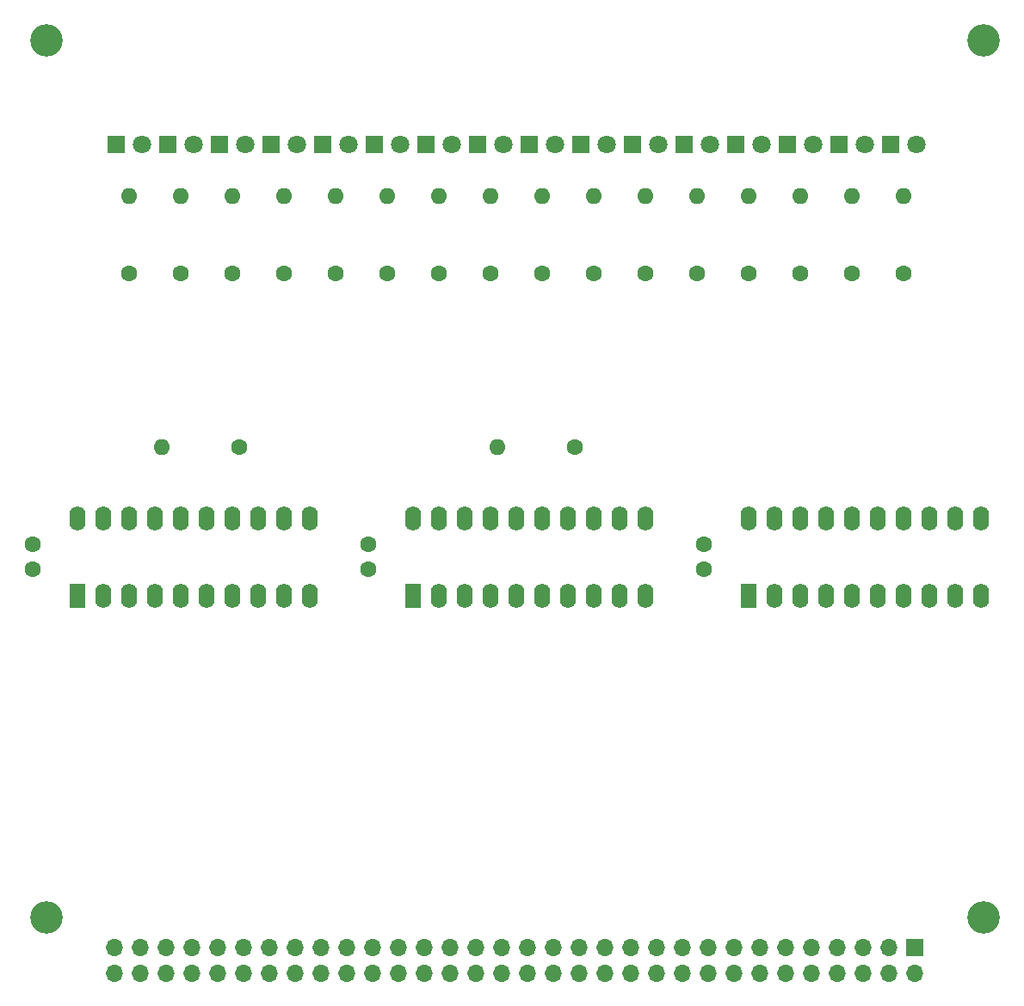
<source format=gbr>
%TF.GenerationSoftware,KiCad,Pcbnew,(6.0.9)*%
%TF.CreationDate,2022-11-21T20:51:02-08:00*%
%TF.ProjectId,StatusBoard,53746174-7573-4426-9f61-72642e6b6963,rev?*%
%TF.SameCoordinates,Original*%
%TF.FileFunction,Soldermask,Bot*%
%TF.FilePolarity,Negative*%
%FSLAX46Y46*%
G04 Gerber Fmt 4.6, Leading zero omitted, Abs format (unit mm)*
G04 Created by KiCad (PCBNEW (6.0.9)) date 2022-11-21 20:51:02*
%MOMM*%
%LPD*%
G01*
G04 APERTURE LIST*
%ADD10R,1.600000X2.400000*%
%ADD11O,1.600000X2.400000*%
%ADD12C,1.600000*%
%ADD13O,1.600000X1.600000*%
%ADD14O,1.700000X1.700000*%
%ADD15R,1.700000X1.700000*%
%ADD16R,1.800000X1.800000*%
%ADD17C,1.800000*%
%ADD18C,3.200000*%
G04 APERTURE END LIST*
D10*
%TO.C,U3*%
X104145000Y-104765000D03*
D11*
X106685000Y-104765000D03*
X109225000Y-104765000D03*
X111765000Y-104765000D03*
X114305000Y-104765000D03*
X116845000Y-104765000D03*
X119385000Y-104765000D03*
X121925000Y-104765000D03*
X124465000Y-104765000D03*
X127005000Y-104765000D03*
X127005000Y-97145000D03*
X124465000Y-97145000D03*
X121925000Y-97145000D03*
X119385000Y-97145000D03*
X116845000Y-97145000D03*
X114305000Y-97145000D03*
X111765000Y-97145000D03*
X109225000Y-97145000D03*
X106685000Y-97145000D03*
X104145000Y-97145000D03*
%TD*%
D10*
%TO.C,U2*%
X137165000Y-104765000D03*
D11*
X139705000Y-104765000D03*
X142245000Y-104765000D03*
X144785000Y-104765000D03*
X147325000Y-104765000D03*
X149865000Y-104765000D03*
X152405000Y-104765000D03*
X154945000Y-104765000D03*
X157485000Y-104765000D03*
X160025000Y-104765000D03*
X160025000Y-97145000D03*
X157485000Y-97145000D03*
X154945000Y-97145000D03*
X152405000Y-97145000D03*
X149865000Y-97145000D03*
X147325000Y-97145000D03*
X144785000Y-97145000D03*
X142245000Y-97145000D03*
X139705000Y-97145000D03*
X137165000Y-97145000D03*
%TD*%
%TO.C,U1*%
X170185000Y-97145000D03*
X172725000Y-97145000D03*
X175265000Y-97145000D03*
X177805000Y-97145000D03*
X180345000Y-97145000D03*
X182885000Y-97145000D03*
X185425000Y-97145000D03*
X187965000Y-97145000D03*
X190505000Y-97145000D03*
X193045000Y-97145000D03*
X193045000Y-104765000D03*
X190505000Y-104765000D03*
X187965000Y-104765000D03*
X185425000Y-104765000D03*
X182885000Y-104765000D03*
X180345000Y-104765000D03*
X177805000Y-104765000D03*
X175265000Y-104765000D03*
X172725000Y-104765000D03*
D10*
X170185000Y-104765000D03*
%TD*%
D12*
%TO.C,R20*%
X109215000Y-73025000D03*
D13*
X109215000Y-65405000D03*
%TD*%
D12*
%TO.C,R19*%
X114295000Y-73025000D03*
D13*
X114295000Y-65405000D03*
%TD*%
D12*
%TO.C,R18*%
X119375000Y-73025000D03*
D13*
X119375000Y-65405000D03*
%TD*%
D12*
%TO.C,R17*%
X124455000Y-73025000D03*
D13*
X124455000Y-65405000D03*
%TD*%
D12*
%TO.C,R16*%
X129535000Y-73025000D03*
D13*
X129535000Y-65405000D03*
%TD*%
D12*
%TO.C,R15*%
X134615000Y-73025000D03*
D13*
X134615000Y-65405000D03*
%TD*%
D12*
%TO.C,R14*%
X139695000Y-73025000D03*
D13*
X139695000Y-65405000D03*
%TD*%
D12*
%TO.C,R13*%
X144775000Y-73025000D03*
D13*
X144775000Y-65405000D03*
%TD*%
D12*
%TO.C,R12*%
X149855000Y-73025000D03*
D13*
X149855000Y-65405000D03*
%TD*%
D12*
%TO.C,R11*%
X154935000Y-73025000D03*
D13*
X154935000Y-65405000D03*
%TD*%
D12*
%TO.C,R10*%
X160015000Y-73025000D03*
D13*
X160015000Y-65405000D03*
%TD*%
D12*
%TO.C,R9*%
X165095000Y-73025000D03*
D13*
X165095000Y-65405000D03*
%TD*%
D12*
%TO.C,R8*%
X170175000Y-73025000D03*
D13*
X170175000Y-65405000D03*
%TD*%
D12*
%TO.C,R7*%
X175255000Y-73025000D03*
D13*
X175255000Y-65405000D03*
%TD*%
D12*
%TO.C,R6*%
X180335000Y-73025000D03*
D13*
X180335000Y-65405000D03*
%TD*%
D12*
%TO.C,R5*%
X185415000Y-73025000D03*
D13*
X185415000Y-65405000D03*
%TD*%
D12*
%TO.C,R2*%
X120015000Y-90170000D03*
D13*
X112395000Y-90170000D03*
%TD*%
D12*
%TO.C,R1*%
X153035000Y-90170000D03*
D13*
X145415000Y-90170000D03*
%TD*%
D14*
%TO.C,J1*%
X107766000Y-141982000D03*
X107766000Y-139442000D03*
X110306000Y-141982000D03*
X110306000Y-139442000D03*
X112846000Y-141982000D03*
X112846000Y-139442000D03*
X115386000Y-141982000D03*
X115386000Y-139442000D03*
X117926000Y-141982000D03*
X117926000Y-139442000D03*
X120466000Y-141982000D03*
X120466000Y-139442000D03*
X123006000Y-141982000D03*
X123006000Y-139442000D03*
X125546000Y-141982000D03*
X125546000Y-139442000D03*
X128086000Y-141982000D03*
X128086000Y-139442000D03*
X130626000Y-141982000D03*
X130626000Y-139442000D03*
X133166000Y-141982000D03*
X133166000Y-139442000D03*
X135706000Y-141982000D03*
X135706000Y-139442000D03*
X138246000Y-141982000D03*
X138246000Y-139442000D03*
X140786000Y-141982000D03*
X140786000Y-139442000D03*
X143326000Y-141982000D03*
X143326000Y-139442000D03*
X145866000Y-141982000D03*
X145866000Y-139442000D03*
X148406000Y-141982000D03*
X148406000Y-139442000D03*
X150946000Y-141982000D03*
X150946000Y-139442000D03*
X153486000Y-141982000D03*
X153486000Y-139442000D03*
X156026000Y-141982000D03*
X156026000Y-139442000D03*
X158566000Y-141982000D03*
X158566000Y-139442000D03*
X161106000Y-141982000D03*
X161106000Y-139442000D03*
X163646000Y-141982000D03*
X163646000Y-139442000D03*
X166186000Y-141982000D03*
X166186000Y-139442000D03*
X168726000Y-141982000D03*
X168726000Y-139442000D03*
X171266000Y-141982000D03*
X171266000Y-139442000D03*
X173806000Y-141982000D03*
X173806000Y-139442000D03*
X176346000Y-141982000D03*
X176346000Y-139442000D03*
X178886000Y-141982000D03*
X178886000Y-139442000D03*
X181426000Y-141982000D03*
X181426000Y-139442000D03*
X183966000Y-141982000D03*
X183966000Y-139442000D03*
X186506000Y-141982000D03*
D15*
X186506000Y-139442000D03*
%TD*%
D16*
%TO.C,D18*%
X107945000Y-60325000D03*
D17*
X110485000Y-60325000D03*
%TD*%
D16*
%TO.C,D17*%
X113025000Y-60325000D03*
D17*
X115565000Y-60325000D03*
%TD*%
D16*
%TO.C,D16*%
X118105000Y-60325000D03*
D17*
X120645000Y-60325000D03*
%TD*%
D16*
%TO.C,D15*%
X123185000Y-60325000D03*
D17*
X125725000Y-60325000D03*
%TD*%
D16*
%TO.C,D14*%
X128265000Y-60325000D03*
D17*
X130805000Y-60325000D03*
%TD*%
D16*
%TO.C,D13*%
X133345000Y-60325000D03*
D17*
X135885000Y-60325000D03*
%TD*%
D16*
%TO.C,D12*%
X138425000Y-60325000D03*
D17*
X140965000Y-60325000D03*
%TD*%
D16*
%TO.C,D11*%
X143505000Y-60325000D03*
D17*
X146045000Y-60325000D03*
%TD*%
D16*
%TO.C,D10*%
X148585000Y-60325000D03*
D17*
X151125000Y-60325000D03*
%TD*%
D16*
%TO.C,D9*%
X153665000Y-60325000D03*
D17*
X156205000Y-60325000D03*
%TD*%
D16*
%TO.C,D8*%
X158745000Y-60325000D03*
D17*
X161285000Y-60325000D03*
%TD*%
D16*
%TO.C,D7*%
X163825000Y-60325000D03*
D17*
X166365000Y-60325000D03*
%TD*%
D16*
%TO.C,D6*%
X168905000Y-60325000D03*
D17*
X171445000Y-60325000D03*
%TD*%
D16*
%TO.C,D5*%
X173985000Y-60325000D03*
D17*
X176525000Y-60325000D03*
%TD*%
D16*
%TO.C,D4*%
X179065000Y-60325000D03*
D17*
X181605000Y-60325000D03*
%TD*%
D16*
%TO.C,D3*%
X184145000Y-60325000D03*
D17*
X186685000Y-60325000D03*
%TD*%
D12*
%TO.C,C3*%
X132715000Y-99715000D03*
X132715000Y-102215000D03*
%TD*%
%TO.C,C2*%
X99695000Y-102215000D03*
X99695000Y-99715000D03*
%TD*%
%TO.C,C1*%
X165735000Y-102215000D03*
X165735000Y-99715000D03*
%TD*%
D18*
%TO.C,H1*%
X101030000Y-50070000D03*
%TD*%
%TO.C,H4*%
X193232000Y-136430000D03*
%TD*%
%TO.C,H3*%
X101030000Y-136430000D03*
%TD*%
%TO.C,H2*%
X193232000Y-50070000D03*
%TD*%
M02*

</source>
